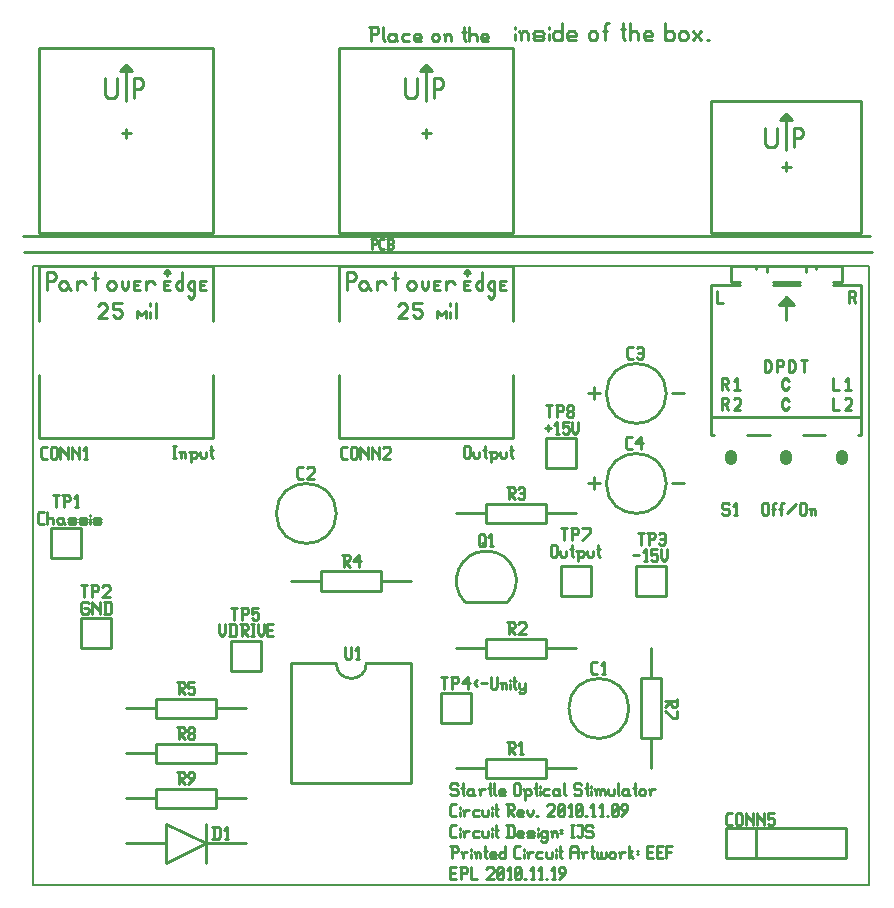
<source format=gbr>
G04 start of page 7 for group -4079 idx -4079 *
G04 Title: (unknown), topsilk *
G04 Creator: pcb 20100929 *
G04 CreationDate: Thu Mar 10 15:56:12 2011 UTC *
G04 For: fosse *
G04 Format: Gerber/RS-274X *
G04 PCB-Dimensions: 282500 400000 *
G04 PCB-Coordinate-Origin: lower left *
%MOIN*%
%FSLAX25Y25*%
%LNFRONTSILK*%
%ADD12C,0.0100*%
%ADD13C,0.0400*%
%ADD41C,0.0060*%
G54D12*X139000Y330000D02*X138000Y329000D01*
X136500D01*
X136000Y332500D02*Y326000D01*
Y332500D02*X138000D01*
X139000Y331500D01*
Y330000D01*
X162500Y342500D02*Y281000D01*
X129500Y326000D02*X130500Y327000D01*
X133500Y315800D02*Y312800D01*
X135000Y314300D02*X132000D01*
X104500Y281000D02*Y342500D01*
X126500Y332500D02*Y327000D01*
X127500Y326000D01*
X129500D01*
X130500Y327000D02*Y332500D01*
X133500Y337000D02*Y325000D01*
Y337000D02*X131500Y335000D01*
X135500D01*
X133500Y337000D01*
G54D41*X281000Y270000D02*X2500D01*
G54D12*X-500Y274750D02*X282000D01*
X-1000Y280000D02*X281500D01*
X62500Y281000D02*X4500D01*
X162500D02*X104500D01*
G54D41*X2500Y270000D02*Y63500D01*
X281000D01*
Y270000D01*
G54D12*X228500Y281000D02*X278500D01*
X35000Y314300D02*X32000D01*
X33500Y315800D02*Y312800D01*
Y337000D02*Y325000D01*
X35500Y335000D02*X33500Y337000D01*
X4500Y281000D02*Y342500D01*
X33500Y337000D02*X31500Y335000D01*
X35500D01*
X26500Y332500D02*Y327000D01*
X27500Y326000D01*
X29500D01*
X30500Y327000D01*
Y332500D01*
X4500Y342500D02*X62500D01*
X104500D02*X162500D01*
X62500D02*Y281000D01*
X36000Y332500D02*Y326000D01*
Y332500D02*X38000D01*
X39000Y331500D01*
Y330000D01*
X38000Y329000D01*
X36500D01*
X278500Y325000D02*Y281000D01*
X255000Y303000D02*X252000D01*
X253500Y304500D02*Y301500D01*
X246500Y316000D02*Y310500D01*
X247500Y309500D01*
X249500D01*
X250500Y310500D01*
Y316000D01*
X228500Y325000D02*X278500D01*
X259000Y313500D02*X258000Y312500D01*
X256500D01*
X256000Y316000D02*Y309500D01*
Y316000D02*X258000D01*
X259000Y315000D01*
Y313500D01*
X228500Y281000D02*Y325000D01*
X253500Y320500D02*Y308500D01*
Y320500D02*X251500Y318500D01*
X255500D01*
X253500Y320500D01*
X146000Y209500D02*Y206500D01*
Y209500D02*X146500Y210000D01*
X147500D01*
X148000Y209500D01*
Y206500D01*
X147500Y206000D02*X148000Y206500D01*
X146500Y206000D02*X147500D01*
X146000Y206500D02*X146500Y206000D01*
X149201Y208000D02*Y206500D01*
X149701Y206000D01*
X150701D01*
X151201Y206500D01*
Y208000D02*Y206500D01*
X152902Y210000D02*Y206500D01*
X153402Y206000D01*
X152402Y208500D02*X153402D01*
X154903Y207500D02*Y204500D01*
X154403Y208000D02*X154903Y207500D01*
X155403Y208000D01*
X156403D01*
X156903Y207500D01*
Y206500D01*
X156403Y206000D02*X156903Y206500D01*
X155403Y206000D02*X156403D01*
X154903Y206500D02*X155403Y206000D01*
X158104Y208000D02*Y206500D01*
X158604Y206000D01*
X159604D01*
X160104Y206500D01*
Y208000D02*Y206500D01*
X161805Y210000D02*Y206500D01*
X162305Y206000D01*
X161305Y208500D02*X162305D01*
X245500Y190500D02*Y187500D01*
Y190500D02*X246000Y191000D01*
X247000D01*
X247500Y190500D01*
Y187500D01*
X247000Y187000D02*X247500Y187500D01*
X246000Y187000D02*X247000D01*
X245500Y187500D02*X246000Y187000D01*
X249201Y190500D02*Y187000D01*
Y190500D02*X249701Y191000D01*
X250201D01*
X248701Y189000D02*X249701D01*
X251702Y190500D02*Y187000D01*
Y190500D02*X252202Y191000D01*
X252702D01*
X251202Y189000D02*X252202D01*
X253703Y187500D02*X256703Y190500D01*
X257904D02*Y187500D01*
Y190500D02*X258404Y191000D01*
X259404D01*
X259904Y190500D01*
Y187500D01*
X259404Y187000D02*X259904Y187500D01*
X258404Y187000D02*X259404D01*
X257904Y187500D02*X258404Y187000D01*
X261605Y188500D02*Y187000D01*
Y188500D02*X262105Y189000D01*
X262605D01*
X263105Y188500D01*
Y187000D01*
X261105Y189000D02*X261605Y188500D01*
X175000Y176500D02*Y173500D01*
Y176500D02*X175500Y177000D01*
X176500D01*
X177000Y176500D01*
Y173500D01*
X176500Y173000D02*X177000Y173500D01*
X175500Y173000D02*X176500D01*
X175000Y173500D02*X175500Y173000D01*
X178201Y175000D02*Y173500D01*
X178701Y173000D01*
X179701D01*
X180201Y173500D01*
Y175000D02*Y173500D01*
X181902Y177000D02*Y173500D01*
X182402Y173000D01*
X181402Y175500D02*X182402D01*
X183903Y174500D02*Y171500D01*
X183403Y175000D02*X183903Y174500D01*
X184403Y175000D01*
X185403D01*
X185903Y174500D01*
Y173500D01*
X185403Y173000D02*X185903Y173500D01*
X184403Y173000D02*X185403D01*
X183903Y173500D02*X184403Y173000D01*
X187104Y175000D02*Y173500D01*
X187604Y173000D01*
X188604D01*
X189104Y173500D01*
Y175000D02*Y173500D01*
X190805Y177000D02*Y173500D01*
X191305Y173000D01*
X190305Y175500D02*X191305D01*
X202500Y173500D02*X204500D01*
X206201Y171500D02*X207201D01*
X206701Y175500D02*Y171500D01*
X205701Y174500D02*X206701Y175500D01*
X208402D02*X210402D01*
X208402D02*Y173500D01*
X208902Y174000D01*
X209902D01*
X210402Y173500D01*
Y172000D01*
X209902Y171500D02*X210402Y172000D01*
X208902Y171500D02*X209902D01*
X208402Y172000D02*X208902Y171500D01*
X211603Y175500D02*Y172500D01*
X212603Y171500D01*
X213603Y172500D01*
Y175500D02*Y172500D01*
X49000Y210000D02*X50000D01*
X49500D02*Y206000D01*
X49000D02*X50000D01*
X51701Y207500D02*Y206000D01*
Y207500D02*X52201Y208000D01*
X52701D01*
X53201Y207500D01*
Y206000D01*
X51201Y208000D02*X51701Y207500D01*
X54902D02*Y204500D01*
X54402Y208000D02*X54902Y207500D01*
X55402Y208000D01*
X56402D01*
X56902Y207500D01*
Y206500D01*
X56402Y206000D02*X56902Y206500D01*
X55402Y206000D02*X56402D01*
X54902Y206500D02*X55402Y206000D01*
X58103Y208000D02*Y206500D01*
X58603Y206000D01*
X59603D01*
X60103Y206500D01*
Y208000D02*Y206500D01*
X61804Y210000D02*Y206500D01*
X62304Y206000D01*
X61304Y208500D02*X62304D01*
X4500Y184000D02*X6000D01*
X4000Y184500D02*X4500Y184000D01*
X4000Y187500D02*Y184500D01*
Y187500D02*X4500Y188000D01*
X6000D01*
X7201D02*Y184000D01*
Y185500D02*X7701Y186000D01*
X8701D01*
X9201Y185500D01*
Y184000D01*
X11902Y186000D02*X12402Y185500D01*
X10902Y186000D02*X11902D01*
X10402Y185500D02*X10902Y186000D01*
X10402Y185500D02*Y184500D01*
X10902Y184000D01*
X12402Y186000D02*Y184500D01*
X12902Y184000D01*
X10902D02*X11902D01*
X12402Y184500D01*
X14603Y184000D02*X16103D01*
X16603Y184500D01*
X16103Y185000D02*X16603Y184500D01*
X14603Y185000D02*X16103D01*
X14103Y185500D02*X14603Y185000D01*
X14103Y185500D02*X14603Y186000D01*
X16103D01*
X16603Y185500D01*
X14103Y184500D02*X14603Y184000D01*
X18304D02*X19804D01*
X20304Y184500D01*
X19804Y185000D02*X20304Y184500D01*
X18304Y185000D02*X19804D01*
X17804Y185500D02*X18304Y185000D01*
X17804Y185500D02*X18304Y186000D01*
X19804D01*
X20304Y185500D01*
X17804Y184500D02*X18304Y184000D01*
X21505Y187000D02*Y186500D01*
Y185500D02*Y184000D01*
X23006D02*X24506D01*
X25006Y184500D01*
X24506Y185000D02*X25006Y184500D01*
X23006Y185000D02*X24506D01*
X22506Y185500D02*X23006Y185000D01*
X22506Y185500D02*X23006Y186000D01*
X24506D01*
X25006Y185500D01*
X22506Y184500D02*X23006Y184000D01*
X20500Y158000D02*X21000Y157500D01*
X19000Y158000D02*X20500D01*
X18500Y157500D02*X19000Y158000D01*
X18500Y157500D02*Y154500D01*
X19000Y154000D01*
X20500D01*
X21000Y154500D01*
Y155500D02*Y154500D01*
X20500Y156000D02*X21000Y155500D01*
X19500Y156000D02*X20500D01*
X22201Y158000D02*Y154000D01*
Y158000D02*Y157500D01*
X24701Y155000D01*
Y158000D02*Y154000D01*
X26402Y158000D02*Y154000D01*
X27902Y158000D02*X28402Y157500D01*
Y154500D01*
X27902Y154000D02*X28402Y154500D01*
X25902Y154000D02*X27902D01*
X25902Y158000D02*X27902D01*
X64500Y150500D02*Y147500D01*
X65500Y146500D01*
X66500Y147500D01*
Y150500D02*Y147500D01*
X68201Y150500D02*Y146500D01*
X69701Y150500D02*X70201Y150000D01*
Y147000D01*
X69701Y146500D02*X70201Y147000D01*
X67701Y146500D02*X69701D01*
X67701Y150500D02*X69701D01*
X71402D02*X73402D01*
X73902Y150000D01*
Y149000D01*
X73402Y148500D02*X73902Y149000D01*
X71902Y148500D02*X73402D01*
X71902Y150500D02*Y146500D01*
Y148500D02*X73902Y146500D01*
X75103Y150500D02*X76103D01*
X75603D02*Y146500D01*
X75103D02*X76103D01*
X77304Y150500D02*Y147500D01*
X78304Y146500D01*
X79304Y147500D01*
Y150500D02*Y147500D01*
X80505Y148500D02*X82005D01*
X80505Y146500D02*X82505D01*
X80505Y150500D02*Y146500D01*
Y150500D02*X82505D01*
X173000Y216000D02*X175000D01*
X174000Y217000D02*Y215000D01*
X176701Y214000D02*X177701D01*
X177201Y218000D02*Y214000D01*
X176201Y217000D02*X177201Y218000D01*
X178902D02*X180902D01*
X178902D02*Y216000D01*
X179402Y216500D01*
X180402D01*
X180902Y216000D01*
Y214500D01*
X180402Y214000D02*X180902Y214500D01*
X179402Y214000D02*X180402D01*
X178902Y214500D02*X179402Y214000D01*
X182103Y218000D02*Y215000D01*
X183103Y214000D01*
X184103Y215000D01*
Y218000D02*Y215000D01*
X115390Y278920D02*Y275800D01*
X115000Y278920D02*X116560D01*
X116950Y278530D01*
Y277750D01*
X116560Y277360D02*X116950Y277750D01*
X115390Y277360D02*X116560D01*
X118276Y275800D02*X119446D01*
X117886Y276190D02*X118276Y275800D01*
X117886Y278530D02*Y276190D01*
Y278530D02*X118276Y278920D01*
X119446D01*
X120383Y275800D02*X121943D01*
X122333Y276190D01*
Y276970D02*Y276190D01*
X121943Y277360D02*X122333Y276970D01*
X120773Y277360D02*X121943D01*
X120773Y278920D02*Y275800D01*
X120383Y278920D02*X121943D01*
X122333Y278530D01*
Y277750D01*
X121943Y277360D02*X122333Y277750D01*
X163000Y349620D02*Y348900D01*
Y347460D02*Y345300D01*
X165161Y347460D02*Y345300D01*
Y347460D02*X165881Y348180D01*
X166601D01*
X167321Y347460D01*
Y345300D01*
X164441Y348180D02*X165161Y347460D01*
X169770Y345300D02*X171930D01*
X172650Y346020D01*
X171930Y346740D02*X172650Y346020D01*
X169770Y346740D02*X171930D01*
X169050Y347460D02*X169770Y346740D01*
X169050Y347460D02*X169770Y348180D01*
X171930D01*
X172650Y347460D01*
X169050Y346020D02*X169770Y345300D01*
X174380Y349620D02*Y348900D01*
Y347460D02*Y345300D01*
X178701Y351060D02*Y345300D01*
X177981D02*X178701Y346020D01*
X176541Y345300D02*X177981D01*
X175821Y346020D02*X176541Y345300D01*
X175821Y347460D02*Y346020D01*
Y347460D02*X176541Y348180D01*
X177981D01*
X178701Y347460D01*
X181151Y345300D02*X183311D01*
X180431Y346020D02*X181151Y345300D01*
X180431Y347460D02*Y346020D01*
Y347460D02*X181151Y348180D01*
X182591D01*
X183311Y347460D01*
X180431Y346740D02*X183311D01*
Y347460D02*Y346740D01*
X187632Y347460D02*Y346020D01*
Y347460D02*X188352Y348180D01*
X189792D01*
X190512Y347460D01*
Y346020D01*
X189792Y345300D02*X190512Y346020D01*
X188352Y345300D02*X189792D01*
X187632Y346020D02*X188352Y345300D01*
X192962Y350340D02*Y345300D01*
Y350340D02*X193682Y351060D01*
X194402D01*
X192242Y348180D02*X193682D01*
X199155Y351060D02*Y346020D01*
X199875Y345300D01*
X198435Y348900D02*X199875D01*
X201316Y351060D02*Y345300D01*
Y347460D02*X202036Y348180D01*
X203476D01*
X204196Y347460D01*
Y345300D01*
X206646D02*X208806D01*
X205926Y346020D02*X206646Y345300D01*
X205926Y347460D02*Y346020D01*
Y347460D02*X206646Y348180D01*
X208086D01*
X208806Y347460D01*
X205926Y346740D02*X208806D01*
Y347460D02*Y346740D01*
X213127Y351060D02*Y345300D01*
Y346020D02*X213847Y345300D01*
X215287D01*
X216007Y346020D01*
Y347460D02*Y346020D01*
X215287Y348180D02*X216007Y347460D01*
X213847Y348180D02*X215287D01*
X213127Y347460D02*X213847Y348180D01*
X217737Y347460D02*Y346020D01*
Y347460D02*X218457Y348180D01*
X219897D01*
X220617Y347460D01*
Y346020D01*
X219897Y345300D02*X220617Y346020D01*
X218457Y345300D02*X219897D01*
X217737Y346020D02*X218457Y345300D01*
X222346Y348180D02*X225226Y345300D01*
X222346D02*X225226Y348180D01*
X226956Y345300D02*X227676D01*
X115110Y349780D02*Y344900D01*
X114500Y349780D02*X116940D01*
X117550Y349170D01*
Y347950D01*
X116940Y347340D02*X117550Y347950D01*
X115110Y347340D02*X116940D01*
X119015Y349780D02*Y345510D01*
X119625Y344900D01*
X122676Y347340D02*X123286Y346730D01*
X121456Y347340D02*X122676D01*
X120846Y346730D02*X121456Y347340D01*
X120846Y346730D02*Y345510D01*
X121456Y344900D01*
X123286Y347340D02*Y345510D01*
X123896Y344900D01*
X121456D02*X122676D01*
X123286Y345510D01*
X125971Y347340D02*X127801D01*
X125361Y346730D02*X125971Y347340D01*
X125361Y346730D02*Y345510D01*
X125971Y344900D01*
X127801D01*
X129876D02*X131706D01*
X129266Y345510D02*X129876Y344900D01*
X129266Y346730D02*Y345510D01*
Y346730D02*X129876Y347340D01*
X131096D01*
X131706Y346730D01*
X129266Y346120D02*X131706D01*
Y346730D02*Y346120D01*
X135368Y346730D02*Y345510D01*
Y346730D02*X135978Y347340D01*
X137198D01*
X137808Y346730D01*
Y345510D01*
X137198Y344900D02*X137808Y345510D01*
X135978Y344900D02*X137198D01*
X135368Y345510D02*X135978Y344900D01*
X139883Y346730D02*Y344900D01*
Y346730D02*X140493Y347340D01*
X141103D01*
X141713Y346730D01*
Y344900D01*
X139273Y347340D02*X139883Y346730D01*
X145984Y349780D02*Y345510D01*
X146594Y344900D01*
X145374Y347950D02*X146594D01*
X147815Y349780D02*Y344900D01*
Y346730D02*X148425Y347340D01*
X149645D01*
X150255Y346730D01*
Y344900D01*
X152330D02*X154160D01*
X151720Y345510D02*X152330Y344900D01*
X151720Y346730D02*Y345510D01*
Y346730D02*X152330Y347340D01*
X153550D01*
X154160Y346730D01*
X151720Y346120D02*X154160D01*
Y346730D02*Y346120D01*
X149500Y131000D02*X150500Y132000D01*
X149500Y131000D02*X150500Y130000D01*
X151701Y131000D02*X153701D01*
X154902Y133000D02*Y129500D01*
X155402Y129000D01*
X156402D01*
X156902Y129500D01*
Y133000D02*Y129500D01*
X158603Y130500D02*Y129000D01*
Y130500D02*X159103Y131000D01*
X159603D01*
X160103Y130500D01*
Y129000D01*
X158103Y131000D02*X158603Y130500D01*
X161304Y132000D02*Y131500D01*
Y130500D02*Y129000D01*
X162805Y133000D02*Y129500D01*
X163305Y129000D01*
X162305Y131500D02*X163305D01*
X164306Y131000D02*Y129500D01*
X164806Y129000D01*
X166306Y131000D02*Y128000D01*
X165806Y127500D02*X166306Y128000D01*
X164806Y127500D02*X165806D01*
X164306Y128000D02*X164806Y127500D01*
Y129000D02*X165806D01*
X166306Y129500D01*
X143500Y97500D02*X144000Y97000D01*
X142000Y97500D02*X143500D01*
X141500Y97000D02*X142000Y97500D01*
X141500Y97000D02*Y96000D01*
X142000Y95500D01*
X143500D01*
X144000Y95000D01*
Y94000D01*
X143500Y93500D02*X144000Y94000D01*
X142000Y93500D02*X143500D01*
X141500Y94000D02*X142000Y93500D01*
X145701Y97500D02*Y94000D01*
X146201Y93500D01*
X145201Y96000D02*X146201D01*
X148702Y95500D02*X149202Y95000D01*
X147702Y95500D02*X148702D01*
X147202Y95000D02*X147702Y95500D01*
X147202Y95000D02*Y94000D01*
X147702Y93500D01*
X149202Y95500D02*Y94000D01*
X149702Y93500D01*
X147702D02*X148702D01*
X149202Y94000D01*
X151403Y95000D02*Y93500D01*
Y95000D02*X151903Y95500D01*
X152903D01*
X150903D02*X151403Y95000D01*
X154604Y97500D02*Y94000D01*
X155104Y93500D01*
X154104Y96000D02*X155104D01*
X156105Y97500D02*Y94000D01*
X156605Y93500D01*
X158106D02*X159606D01*
X157606Y94000D02*X158106Y93500D01*
X157606Y95000D02*Y94000D01*
Y95000D02*X158106Y95500D01*
X159106D01*
X159606Y95000D01*
X157606Y94500D02*X159606D01*
Y95000D02*Y94500D01*
X162607Y97000D02*Y94000D01*
Y97000D02*X163107Y97500D01*
X164107D01*
X164607Y97000D01*
Y94000D01*
X164107Y93500D02*X164607Y94000D01*
X163107Y93500D02*X164107D01*
X162607Y94000D02*X163107Y93500D01*
X166308Y95000D02*Y92000D01*
X165808Y95500D02*X166308Y95000D01*
X166808Y95500D01*
X167808D01*
X168308Y95000D01*
Y94000D01*
X167808Y93500D02*X168308Y94000D01*
X166808Y93500D02*X167808D01*
X166308Y94000D02*X166808Y93500D01*
X170009Y97500D02*Y94000D01*
X170509Y93500D01*
X169509Y96000D02*X170509D01*
X171510Y96500D02*Y96000D01*
Y95000D02*Y93500D01*
X173011Y95500D02*X174511D01*
X172511Y95000D02*X173011Y95500D01*
X172511Y95000D02*Y94000D01*
X173011Y93500D01*
X174511D01*
X177212Y95500D02*X177712Y95000D01*
X176212Y95500D02*X177212D01*
X175712Y95000D02*X176212Y95500D01*
X175712Y95000D02*Y94000D01*
X176212Y93500D01*
X177712Y95500D02*Y94000D01*
X178212Y93500D01*
X176212D02*X177212D01*
X177712Y94000D01*
X179413Y97500D02*Y94000D01*
X179913Y93500D01*
X184714Y97500D02*X185214Y97000D01*
X183214Y97500D02*X184714D01*
X182714Y97000D02*X183214Y97500D01*
X182714Y97000D02*Y96000D01*
X183214Y95500D01*
X184714D01*
X185214Y95000D01*
Y94000D01*
X184714Y93500D02*X185214Y94000D01*
X183214Y93500D02*X184714D01*
X182714Y94000D02*X183214Y93500D01*
X186915Y97500D02*Y94000D01*
X187415Y93500D01*
X186415Y96000D02*X187415D01*
X188416Y96500D02*Y96000D01*
Y95000D02*Y93500D01*
X189917Y95000D02*Y93500D01*
Y95000D02*X190417Y95500D01*
X190917D01*
X191417Y95000D01*
Y93500D01*
Y95000D02*X191917Y95500D01*
X192417D01*
X192917Y95000D01*
Y93500D01*
X189417Y95500D02*X189917Y95000D01*
X194118Y95500D02*Y94000D01*
X194618Y93500D01*
X195618D01*
X196118Y94000D01*
Y95500D02*Y94000D01*
X197319Y97500D02*Y94000D01*
X197819Y93500D01*
X200320Y95500D02*X200820Y95000D01*
X199320Y95500D02*X200320D01*
X198820Y95000D02*X199320Y95500D01*
X198820Y95000D02*Y94000D01*
X199320Y93500D01*
X200820Y95500D02*Y94000D01*
X201320Y93500D01*
X199320D02*X200320D01*
X200820Y94000D01*
X203021Y97500D02*Y94000D01*
X203521Y93500D01*
X202521Y96000D02*X203521D01*
X204522Y95000D02*Y94000D01*
Y95000D02*X205022Y95500D01*
X206022D01*
X206522Y95000D01*
Y94000D01*
X206022Y93500D02*X206522Y94000D01*
X205022Y93500D02*X206022D01*
X204522Y94000D02*X205022Y93500D01*
X208223Y95000D02*Y93500D01*
Y95000D02*X208723Y95500D01*
X209723D01*
X207723D02*X208223Y95000D01*
X142000Y86500D02*X143500D01*
X141500Y87000D02*X142000Y86500D01*
X141500Y90000D02*Y87000D01*
Y90000D02*X142000Y90500D01*
X143500D01*
X144701Y89500D02*Y89000D01*
Y88000D02*Y86500D01*
X146202Y88000D02*Y86500D01*
Y88000D02*X146702Y88500D01*
X147702D01*
X145702D02*X146202Y88000D01*
X149403Y88500D02*X150903D01*
X148903Y88000D02*X149403Y88500D01*
X148903Y88000D02*Y87000D01*
X149403Y86500D01*
X150903D01*
X152104Y88500D02*Y87000D01*
X152604Y86500D01*
X153604D01*
X154104Y87000D01*
Y88500D02*Y87000D01*
X155305Y89500D02*Y89000D01*
Y88000D02*Y86500D01*
X156806Y90500D02*Y87000D01*
X157306Y86500D01*
X156306Y89000D02*X157306D01*
X160107Y90500D02*X162107D01*
X162607Y90000D01*
Y89000D01*
X162107Y88500D02*X162607Y89000D01*
X160607Y88500D02*X162107D01*
X160607Y90500D02*Y86500D01*
Y88500D02*X162607Y86500D01*
X164308D02*X165808D01*
X163808Y87000D02*X164308Y86500D01*
X163808Y88000D02*Y87000D01*
Y88000D02*X164308Y88500D01*
X165308D01*
X165808Y88000D01*
X163808Y87500D02*X165808D01*
Y88000D02*Y87500D01*
X167009Y88500D02*Y87500D01*
X168009Y86500D01*
X169009Y87500D01*
Y88500D02*Y87500D01*
X170210Y86500D02*X170710D01*
X173711Y90000D02*X174211Y90500D01*
X175711D01*
X176211Y90000D01*
Y89000D01*
X173711Y86500D02*X176211Y89000D01*
X173711Y86500D02*X176211D01*
X177412Y87000D02*X177912Y86500D01*
X177412Y90000D02*Y87000D01*
Y90000D02*X177912Y90500D01*
X178912D01*
X179412Y90000D01*
Y87000D01*
X178912Y86500D02*X179412Y87000D01*
X177912Y86500D02*X178912D01*
X177412Y87500D02*X179412Y89500D01*
X181113Y86500D02*X182113D01*
X181613Y90500D02*Y86500D01*
X180613Y89500D02*X181613Y90500D01*
X183314Y87000D02*X183814Y86500D01*
X183314Y90000D02*Y87000D01*
Y90000D02*X183814Y90500D01*
X184814D01*
X185314Y90000D01*
Y87000D01*
X184814Y86500D02*X185314Y87000D01*
X183814Y86500D02*X184814D01*
X183314Y87500D02*X185314Y89500D01*
X186515Y86500D02*X187015D01*
X188716D02*X189716D01*
X189216Y90500D02*Y86500D01*
X188216Y89500D02*X189216Y90500D01*
X191417Y86500D02*X192417D01*
X191917Y90500D02*Y86500D01*
X190917Y89500D02*X191917Y90500D01*
X193618Y86500D02*X194118D01*
X195319Y87000D02*X195819Y86500D01*
X195319Y90000D02*Y87000D01*
Y90000D02*X195819Y90500D01*
X196819D01*
X197319Y90000D01*
Y87000D01*
X196819Y86500D02*X197319Y87000D01*
X195819Y86500D02*X196819D01*
X195319Y87500D02*X197319Y89500D01*
X198520Y86500D02*X200520Y88500D01*
Y90000D02*Y88500D01*
X200020Y90500D02*X200520Y90000D01*
X199020Y90500D02*X200020D01*
X198520Y90000D02*X199020Y90500D01*
X198520Y90000D02*Y89000D01*
X199020Y88500D01*
X200520D01*
X141500Y67500D02*X143000D01*
X141500Y65500D02*X143500D01*
X141500Y69500D02*Y65500D01*
Y69500D02*X143500D01*
X145201D02*Y65500D01*
X144701Y69500D02*X146701D01*
X147201Y69000D01*
Y68000D01*
X146701Y67500D02*X147201Y68000D01*
X145201Y67500D02*X146701D01*
X148402Y69500D02*Y65500D01*
X150402D01*
X153403Y69000D02*X153903Y69500D01*
X155403D01*
X155903Y69000D01*
Y68000D01*
X153403Y65500D02*X155903Y68000D01*
X153403Y65500D02*X155903D01*
X157104Y66000D02*X157604Y65500D01*
X157104Y69000D02*Y66000D01*
Y69000D02*X157604Y69500D01*
X158604D01*
X159104Y69000D01*
Y66000D01*
X158604Y65500D02*X159104Y66000D01*
X157604Y65500D02*X158604D01*
X157104Y66500D02*X159104Y68500D01*
X160805Y65500D02*X161805D01*
X161305Y69500D02*Y65500D01*
X160305Y68500D02*X161305Y69500D01*
X163006Y66000D02*X163506Y65500D01*
X163006Y69000D02*Y66000D01*
Y69000D02*X163506Y69500D01*
X164506D01*
X165006Y69000D01*
Y66000D01*
X164506Y65500D02*X165006Y66000D01*
X163506Y65500D02*X164506D01*
X163006Y66500D02*X165006Y68500D01*
X166207Y65500D02*X166707D01*
X168408D02*X169408D01*
X168908Y69500D02*Y65500D01*
X167908Y68500D02*X168908Y69500D01*
X171109Y65500D02*X172109D01*
X171609Y69500D02*Y65500D01*
X170609Y68500D02*X171609Y69500D01*
X173310Y65500D02*X173810D01*
X175511D02*X176511D01*
X176011Y69500D02*Y65500D01*
X175011Y68500D02*X176011Y69500D01*
X177712Y65500D02*X179712Y67500D01*
Y69000D02*Y67500D01*
X179212Y69500D02*X179712Y69000D01*
X178212Y69500D02*X179212D01*
X177712Y69000D02*X178212Y69500D01*
X177712Y69000D02*Y68000D01*
X178212Y67500D01*
X179712D01*
X142000Y79500D02*X143500D01*
X141500Y80000D02*X142000Y79500D01*
X141500Y83000D02*Y80000D01*
Y83000D02*X142000Y83500D01*
X143500D01*
X144701Y82500D02*Y82000D01*
Y81000D02*Y79500D01*
X146202Y81000D02*Y79500D01*
Y81000D02*X146702Y81500D01*
X147702D01*
X145702D02*X146202Y81000D01*
X149403Y81500D02*X150903D01*
X148903Y81000D02*X149403Y81500D01*
X148903Y81000D02*Y80000D01*
X149403Y79500D01*
X150903D01*
X152104Y81500D02*Y80000D01*
X152604Y79500D01*
X153604D01*
X154104Y80000D01*
Y81500D02*Y80000D01*
X155305Y82500D02*Y82000D01*
Y81000D02*Y79500D01*
X156806Y83500D02*Y80000D01*
X157306Y79500D01*
X156306Y82000D02*X157306D01*
X160607Y83500D02*Y79500D01*
X162107Y83500D02*X162607Y83000D01*
Y80000D01*
X162107Y79500D02*X162607Y80000D01*
X160107Y79500D02*X162107D01*
X160107Y83500D02*X162107D01*
X164308Y79500D02*X165808D01*
X163808Y80000D02*X164308Y79500D01*
X163808Y81000D02*Y80000D01*
Y81000D02*X164308Y81500D01*
X165308D01*
X165808Y81000D01*
X163808Y80500D02*X165808D01*
Y81000D02*Y80500D01*
X167509Y79500D02*X169009D01*
X169509Y80000D01*
X169009Y80500D02*X169509Y80000D01*
X167509Y80500D02*X169009D01*
X167009Y81000D02*X167509Y80500D01*
X167009Y81000D02*X167509Y81500D01*
X169009D01*
X169509Y81000D01*
X167009Y80000D02*X167509Y79500D01*
X170710Y82500D02*Y82000D01*
Y81000D02*Y79500D01*
X173211Y81500D02*X173711Y81000D01*
X172211Y81500D02*X173211D01*
X171711Y81000D02*X172211Y81500D01*
X171711Y81000D02*Y80000D01*
X172211Y79500D01*
X173211D01*
X173711Y80000D01*
X171711Y78500D02*X172211Y78000D01*
X173211D01*
X173711Y78500D01*
Y81500D02*Y78500D01*
X175412Y81000D02*Y79500D01*
Y81000D02*X175912Y81500D01*
X176412D01*
X176912Y81000D01*
Y79500D01*
X174912Y81500D02*X175412Y81000D01*
X178113Y82000D02*X178613D01*
X178113Y81000D02*X178613D01*
X181614Y83500D02*X182614D01*
X182114D02*Y79500D01*
X181614D02*X182614D01*
X183815Y83500D02*X185315D01*
Y80000D01*
X184815Y79500D02*X185315Y80000D01*
X184315Y79500D02*X184815D01*
X183815Y80000D02*X184315Y79500D01*
X188516Y83500D02*X189016Y83000D01*
X187016Y83500D02*X188516D01*
X186516Y83000D02*X187016Y83500D01*
X186516Y83000D02*Y82000D01*
X187016Y81500D01*
X188516D01*
X189016Y81000D01*
Y80000D01*
X188516Y79500D02*X189016Y80000D01*
X187016Y79500D02*X188516D01*
X186516Y80000D02*X187016Y79500D01*
X142000Y76500D02*Y72500D01*
X141500Y76500D02*X143500D01*
X144000Y76000D01*
Y75000D01*
X143500Y74500D02*X144000Y75000D01*
X142000Y74500D02*X143500D01*
X145701Y74000D02*Y72500D01*
Y74000D02*X146201Y74500D01*
X147201D01*
X145201D02*X145701Y74000D01*
X148402Y75500D02*Y75000D01*
Y74000D02*Y72500D01*
X149903Y74000D02*Y72500D01*
Y74000D02*X150403Y74500D01*
X150903D01*
X151403Y74000D01*
Y72500D01*
X149403Y74500D02*X149903Y74000D01*
X153104Y76500D02*Y73000D01*
X153604Y72500D01*
X152604Y75000D02*X153604D01*
X155105Y72500D02*X156605D01*
X154605Y73000D02*X155105Y72500D01*
X154605Y74000D02*Y73000D01*
Y74000D02*X155105Y74500D01*
X156105D01*
X156605Y74000D01*
X154605Y73500D02*X156605D01*
Y74000D02*Y73500D01*
X159806Y76500D02*Y72500D01*
X159306D02*X159806Y73000D01*
X158306Y72500D02*X159306D01*
X157806Y73000D02*X158306Y72500D01*
X157806Y74000D02*Y73000D01*
Y74000D02*X158306Y74500D01*
X159306D01*
X159806Y74000D01*
X163307Y72500D02*X164807D01*
X162807Y73000D02*X163307Y72500D01*
X162807Y76000D02*Y73000D01*
Y76000D02*X163307Y76500D01*
X164807D01*
X166008Y75500D02*Y75000D01*
Y74000D02*Y72500D01*
X167509Y74000D02*Y72500D01*
Y74000D02*X168009Y74500D01*
X169009D01*
X167009D02*X167509Y74000D01*
X170710Y74500D02*X172210D01*
X170210Y74000D02*X170710Y74500D01*
X170210Y74000D02*Y73000D01*
X170710Y72500D01*
X172210D01*
X173411Y74500D02*Y73000D01*
X173911Y72500D01*
X174911D01*
X175411Y73000D01*
Y74500D02*Y73000D01*
X176612Y75500D02*Y75000D01*
Y74000D02*Y72500D01*
X178113Y76500D02*Y73000D01*
X178613Y72500D01*
X177613Y75000D02*X178613D01*
X181414Y76000D02*Y72500D01*
Y76000D02*X181914Y76500D01*
X183414D01*
X183914Y76000D01*
Y72500D01*
X181414Y74500D02*X183914D01*
X185615Y74000D02*Y72500D01*
Y74000D02*X186115Y74500D01*
X187115D01*
X185115D02*X185615Y74000D01*
X188816Y76500D02*Y73000D01*
X189316Y72500D01*
X188316Y75000D02*X189316D01*
X190317Y74500D02*Y73000D01*
X190817Y72500D01*
X191317D01*
X191817Y73000D01*
Y74500D02*Y73000D01*
X192317Y72500D01*
X192817D01*
X193317Y73000D01*
Y74500D02*Y73000D01*
X194518Y74000D02*Y73000D01*
Y74000D02*X195018Y74500D01*
X196018D01*
X196518Y74000D01*
Y73000D01*
X196018Y72500D02*X196518Y73000D01*
X195018Y72500D02*X196018D01*
X194518Y73000D02*X195018Y72500D01*
X198219Y74000D02*Y72500D01*
Y74000D02*X198719Y74500D01*
X199719D01*
X197719D02*X198219Y74000D01*
X200920Y76500D02*Y72500D01*
Y74000D02*X202420Y72500D01*
X200920Y74000D02*X201920Y75000D01*
X203621D02*X204121D01*
X203621Y74000D02*X204121D01*
X207122Y74500D02*X208622D01*
X207122Y72500D02*X209122D01*
X207122Y76500D02*Y72500D01*
Y76500D02*X209122D01*
X210323Y74500D02*X211823D01*
X210323Y72500D02*X212323D01*
X210323Y76500D02*Y72500D01*
Y76500D02*X212323D01*
X213524D02*Y72500D01*
Y76500D02*X215524D01*
X213524Y74500D02*X215024D01*
X47000Y266500D02*Y268500D01*
X48000Y267500D01*
X47000Y268500D02*X46000Y267500D01*
X37500Y263500D02*X36000D01*
X47500D02*X46000D01*
X59500D02*X58000D01*
Y265000D02*Y262000D01*
X60000Y265000D02*X58000D01*
Y262000D02*X60000D01*
X55000Y259000D02*X54000Y260000D01*
X56000D02*X55000Y259000D01*
X56000Y265000D02*Y260000D01*
X55000Y262000D02*X56000D01*
X54000Y263000D02*X55000Y262000D01*
X54000Y264000D02*Y263000D01*
X55000Y265000D02*X54000Y264000D01*
X56000Y265000D02*X55000D01*
X52000Y262000D02*Y268000D01*
X51000Y262000D02*X52000D01*
X50000Y263000D02*X51000Y262000D01*
X50000Y264000D02*Y263000D01*
X51000Y265000D02*X50000Y264000D01*
X52000Y265000D02*X51000D01*
X46000D02*Y262000D01*
X48000Y265000D02*X46000D01*
Y262000D02*X48000D01*
X43000Y264000D02*X42000Y265000D01*
X40000Y262000D02*Y265000D01*
X41000D02*X40000Y264000D01*
X42000Y265000D02*X41000D01*
X36000D02*Y262000D01*
X38000Y265000D02*X36000D01*
Y262000D02*X38000D01*
X34000Y263000D02*Y265000D01*
X33000Y262000D02*X34000Y263000D01*
X32000D02*X33000Y262000D01*
X32000Y265000D02*Y263000D01*
X29000Y262000D02*X28000D01*
X30000Y263000D02*X29000Y262000D01*
X30000Y264000D02*Y263000D01*
X29000Y265000D02*X30000Y264000D01*
X28000Y265000D02*X29000D01*
X27000Y264000D02*X28000Y265000D01*
X27000Y263000D02*Y264000D01*
X28000Y262000D02*X27000Y263000D01*
X24000Y266000D02*X22000D01*
X23000Y268000D02*Y262000D01*
X17000D02*Y265000D01*
X18000D02*X17000Y264000D01*
X19000Y265000D02*X18000D01*
X20000Y264000D02*X19000Y265000D01*
X14000Y263000D02*X15000Y262000D01*
X13000Y265000D02*X12000D01*
X14000Y264000D02*X13000Y265000D01*
X14000Y263000D02*Y264000D01*
X13000Y262000D02*X14000Y263000D01*
X12000Y262000D02*X13000D01*
X11000Y263000D02*X12000Y262000D01*
X11000Y264000D02*Y263000D01*
X12000Y265000D02*X11000Y264000D01*
X9000Y265000D02*X7000D01*
X10000Y266000D02*X9000Y265000D01*
X10000Y267000D02*Y266000D01*
X9000Y268000D02*X10000Y267000D01*
X7000Y268000D02*X9000D01*
X7000D02*Y262000D01*
X37000Y255000D02*Y252500D01*
X38500Y253500D02*X37000Y255000D01*
X40000D02*X38500Y253500D01*
X40000Y252500D02*Y255000D01*
X41500Y256500D02*Y257500D01*
Y254500D02*Y252500D01*
X43500Y257500D02*Y252500D01*
X25000Y257500D02*X26000D01*
X24000Y256500D02*X25000Y257500D01*
X30000Y252500D02*X29000Y253500D01*
X31000Y252500D02*X30000D01*
X32000Y253500D02*X31000Y252500D01*
X32000Y254500D02*Y253500D01*
X31000Y255500D02*X32000Y254500D01*
X29000Y255500D02*X31000D01*
X29000Y257500D02*Y255500D01*
X32000Y257500D02*X29000D01*
X27000Y255500D02*X24000Y252500D01*
X27000Y256500D02*Y255500D01*
X26000Y257500D02*X27000Y256500D01*
X24000Y252500D02*X27000D01*
X4500Y212650D02*Y233500D01*
X62500Y251500D02*Y269850D01*
X4500D02*X62500D01*
X4500Y212650D02*X62500D01*
Y233500D01*
X4500Y251500D02*Y269820D01*
X147000Y266500D02*Y268500D01*
X148000Y267500D01*
X147000Y268500D02*X146000Y267500D01*
X137500Y263500D02*X136000D01*
X147500D02*X146000D01*
X159500D02*X158000D01*
Y265000D02*Y262000D01*
X160000Y265000D02*X158000D01*
Y262000D02*X160000D01*
X155000Y259000D02*X154000Y260000D01*
X156000D02*X155000Y259000D01*
X156000Y265000D02*Y260000D01*
X155000Y262000D02*X156000D01*
X154000Y263000D02*X155000Y262000D01*
X154000Y264000D02*Y263000D01*
X155000Y265000D02*X154000Y264000D01*
X156000Y265000D02*X155000D01*
X152000Y262000D02*Y268000D01*
X151000Y262000D02*X152000D01*
X150000Y263000D02*X151000Y262000D01*
X150000Y264000D02*Y263000D01*
X151000Y265000D02*X150000Y264000D01*
X152000Y265000D02*X151000D01*
X146000D02*Y262000D01*
X148000Y265000D02*X146000D01*
Y262000D02*X148000D01*
X143000Y264000D02*X142000Y265000D01*
X140000Y262000D02*Y265000D01*
X141000D02*X140000Y264000D01*
X142000Y265000D02*X141000D01*
X136000D02*Y262000D01*
X138000Y265000D02*X136000D01*
Y262000D02*X138000D01*
X134000Y263000D02*Y265000D01*
X133000Y262000D02*X134000Y263000D01*
X132000D02*X133000Y262000D01*
X132000Y265000D02*Y263000D01*
X129000Y262000D02*X128000D01*
X130000Y263000D02*X129000Y262000D01*
X130000Y264000D02*Y263000D01*
X129000Y265000D02*X130000Y264000D01*
X128000Y265000D02*X129000D01*
X127000Y264000D02*X128000Y265000D01*
X127000Y263000D02*Y264000D01*
X128000Y262000D02*X127000Y263000D01*
X124000Y266000D02*X122000D01*
X123000Y268000D02*Y262000D01*
X117000D02*Y265000D01*
X118000D02*X117000Y264000D01*
X119000Y265000D02*X118000D01*
X120000Y264000D02*X119000Y265000D01*
X114000Y263000D02*X115000Y262000D01*
X113000Y265000D02*X112000D01*
X114000Y264000D02*X113000Y265000D01*
X114000Y263000D02*Y264000D01*
X113000Y262000D02*X114000Y263000D01*
X112000Y262000D02*X113000D01*
X111000Y263000D02*X112000Y262000D01*
X111000Y264000D02*Y263000D01*
X112000Y265000D02*X111000Y264000D01*
X109000Y265000D02*X107000D01*
X110000Y266000D02*X109000Y265000D01*
X110000Y267000D02*Y266000D01*
X109000Y268000D02*X110000Y267000D01*
X107000Y268000D02*X109000D01*
X107000D02*Y262000D01*
X137000Y255000D02*Y252500D01*
X138500Y253500D02*X137000Y255000D01*
X140000D02*X138500Y253500D01*
X140000Y252500D02*Y255000D01*
X141500Y256500D02*Y257500D01*
Y254500D02*Y252500D01*
X143500Y257500D02*Y252500D01*
X125000Y257500D02*X126000D01*
X124000Y256500D02*X125000Y257500D01*
X130000Y252500D02*X129000Y253500D01*
X131000Y252500D02*X130000D01*
X132000Y253500D02*X131000Y252500D01*
X132000Y254500D02*Y253500D01*
X131000Y255500D02*X132000Y254500D01*
X129000Y255500D02*X131000D01*
X129000Y257500D02*Y255500D01*
X132000Y257500D02*X129000D01*
X127000Y255500D02*X124000Y252500D01*
X127000Y256500D02*Y255500D01*
X126000Y257500D02*X127000Y256500D01*
X124000Y252500D02*X127000D01*
X104500Y212650D02*Y233500D01*
X162500Y251500D02*Y269850D01*
X104500D02*X162500D01*
X104500Y212650D02*X162500D01*
Y233500D01*
X104500Y251500D02*Y269820D01*
X8500Y182500D02*X18500D01*
Y172500D01*
X8500Y182500D02*Y172500D01*
Y182500D02*X18500D01*
Y172500D01*
X8500D02*X18500D01*
X83500Y187500D02*G75*G03X83500Y187500I10000J0D01*G01*
X43500Y104200D02*Y110800D01*
X63500Y104200D02*X43500D01*
X63500Y110800D02*Y104200D01*
X43500Y110800D02*X63500D01*
Y107500D02*X73500D01*
X33500D02*X43500D01*
X153500Y99200D02*Y105800D01*
X173500Y99200D02*X153500D01*
X173500Y105800D02*Y99200D01*
X153500Y105800D02*X173500D01*
Y102500D02*X183500D01*
X143500D02*X153500D01*
X43500Y119200D02*Y125800D01*
X63500Y119200D02*X43500D01*
X63500Y125800D02*Y119200D01*
X43500Y125800D02*X63500D01*
Y122500D02*X73500D01*
X33500D02*X43500D01*
X128500Y137500D02*X113500D01*
X103500D02*X88500D01*
X128500D02*Y97500D01*
X88500D01*
Y137500D02*Y97500D01*
X103500Y137500D02*G75*G03X113500Y137500I5000J0D01*G01*
X138500Y127500D02*X148500D01*
Y117500D01*
X138500Y127500D02*Y117500D01*
Y127500D02*X148500D01*
Y117500D01*
X138500D02*X148500D01*
X60200Y70900D02*Y84100D01*
X46800D02*X60200Y77500D01*
X46800Y70900D02*Y84100D01*
X60200Y77500D02*X46800Y70900D01*
Y77500D02*X33500D01*
X73500D02*X60200D01*
X18500Y152500D02*X28500D01*
Y142500D01*
X18500Y152500D02*Y142500D01*
Y152500D02*X28500D01*
Y142500D01*
X18500D02*X28500D01*
X68500Y145000D02*X78500D01*
Y135000D01*
X68500Y145000D02*Y135000D01*
Y145000D02*X78500D01*
Y135000D01*
X68500D02*X78500D01*
X43500Y89200D02*Y95800D01*
X63500Y89200D02*X43500D01*
X63500Y95800D02*Y89200D01*
X43500Y95800D02*X63500D01*
Y92500D02*X73500D01*
X33500D02*X43500D01*
X98500Y161700D02*Y168300D01*
X118500Y161700D02*X98500D01*
X118500Y168300D02*Y161700D01*
X98500Y168300D02*X118500D01*
Y165000D02*X128500D01*
X88500D02*X98500D01*
X173500Y202500D02*X183500D01*
Y212500D02*Y202500D01*
X173500Y212500D02*X183500D01*
X173500D02*Y202500D01*
X183500Y212500D02*Y202500D01*
X173500Y212500D02*X183500D01*
X203500Y170000D02*X213500D01*
Y160000D01*
X203500Y170000D02*Y160000D01*
Y170000D02*X213500D01*
Y160000D01*
X203500D02*X213500D01*
X211800Y112500D02*X205200D01*
X211800D02*Y132500D01*
X205200D01*
Y112500D02*Y132500D01*
X208500D02*Y142500D01*
Y102500D02*Y112500D01*
X187500Y227500D02*X191500D01*
X189500Y229500D02*Y225500D01*
X215500Y227500D02*X219500D01*
X193500D02*G75*G03X193500Y227500I10000J0D01*G01*
G54D13*X272000Y206500D02*Y205500D01*
G54D12*X278500Y213500D02*Y263500D01*
X263500Y269000D02*Y270000D01*
X229500Y213500D02*X228500D01*
X278500D02*X277500D01*
X240500D02*X248000D01*
X259000D02*X266500D01*
X247000Y268000D02*Y270000D01*
X243500Y269000D02*Y270000D01*
X228500Y263500D02*X238000D01*
X249000D02*X258000D01*
X278500D02*X269000D01*
X238000Y264500D02*X235000D01*
Y270000D01*
X272000D01*
Y264500D01*
X269000D01*
X258000D02*X249000D01*
X260000Y268000D02*Y270000D01*
G54D13*X235000Y206500D02*Y205500D01*
X253500Y206500D02*Y205500D01*
G54D12*X228500Y263500D02*Y213500D01*
Y219500D02*X278500D01*
X253500Y259500D02*Y252000D01*
Y259500D02*X251000Y257000D01*
X256000D01*
X253500Y259500D01*
Y258500D02*X255000Y257000D01*
X252000D02*X253500Y258500D01*
X246500Y238500D02*Y234500D01*
X247500D01*
X248500Y235500D01*
Y237500D01*
X247500Y238500D01*
X246500D01*
X250500Y234500D02*Y238500D01*
X252000D01*
X252500Y238000D01*
Y237000D01*
X252000Y236500D01*
X251000D01*
X256500Y237500D02*X255500Y238500D01*
X254500D01*
X233500Y232500D02*X234000Y232000D01*
Y231000D01*
X233500Y230500D01*
X232500D01*
X232000Y226000D02*X233500D01*
X234000Y225500D01*
Y224500D01*
X233500Y224000D01*
X232500D01*
X233500Y230000D02*X234000Y228500D01*
X233500Y223500D02*X234000Y222000D01*
X274500Y261500D02*Y257500D01*
Y261500D02*X276000D01*
X276500Y261000D01*
Y260000D01*
X276000Y259500D01*
X275000D01*
X276000Y259000D02*X276500Y257500D01*
X230500Y261500D02*Y257500D01*
X232500D01*
X238000Y225500D02*Y224000D01*
X232000Y226000D02*Y222000D01*
X236000Y228500D02*X238000D01*
X237000D02*Y232500D01*
X236000Y231500D01*
X269000Y222000D02*X271000D01*
X236000D02*X238000D01*
X273500Y226000D02*X274500D01*
X273000Y225500D02*X273500Y226000D01*
X274500D02*X275000Y225500D01*
Y224000D01*
X273000Y222000D01*
X275000D01*
X269000Y232500D02*Y228500D01*
X271000D01*
X273000D02*X275000D01*
X274000D02*Y232500D01*
X273000Y231500D01*
X269000Y226000D02*Y222000D01*
X238000Y224000D02*X236000Y222000D01*
Y225500D02*X236500Y226000D01*
X237500D02*X238000Y225500D01*
X236500Y226000D02*X237500D01*
X232000Y232500D02*Y228500D01*
Y232500D02*X233500D01*
X254500Y238500D02*Y234500D01*
X255500D01*
X256500Y235500D01*
Y237500D01*
X258500Y238500D02*X260500D01*
X259500D02*Y234500D01*
X252000Y225000D02*Y223000D01*
Y231500D02*Y229500D01*
X253000Y232500D02*X252000Y231500D01*
Y229500D02*X253000Y228500D01*
X253500D02*X254500Y229500D01*
X253000Y228500D02*X253500D01*
Y232500D02*X253000D01*
X254500Y225000D02*X253500Y226000D01*
X253000D01*
X252000Y225000D01*
Y223000D02*X253000Y222000D01*
X253500D02*X254500Y223000D01*
X253000Y222000D02*X253500D01*
X254500Y231500D02*X253500Y232500D01*
X187500Y197500D02*X191500D01*
X189500Y199500D02*Y195500D01*
X215500Y197500D02*X219500D01*
X193500D02*G75*G03X193500Y197500I10000J0D01*G01*
X153500Y145800D02*Y139200D01*
X173500D01*
Y145800D02*Y139200D01*
X153500Y145800D02*X173500D01*
Y142500D02*X183500D01*
X143500D02*X153500D01*
X178500Y170000D02*X188500D01*
Y160000D01*
X178500Y170000D02*Y160000D01*
Y170000D02*X188500D01*
Y160000D01*
X178500D02*X188500D01*
X160500Y158000D02*X146500D01*
X160571Y157929D02*G75*G03X146428Y157928I-7071J7071D01*G01*
X173500Y190800D02*Y184200D01*
X153500Y190800D02*X173500D01*
X153500Y184200D02*Y190800D01*
X173500Y184200D02*X153500D01*
Y187500D02*X143500D01*
X183500D02*X173500D01*
X233500Y82500D02*X243500D01*
Y72500D01*
X233500Y82500D02*Y72500D01*
Y82500D02*X273500D01*
Y72500D01*
X233500D02*X273500D01*
X181000Y122500D02*G75*G03X181000Y122500I10000J0D01*G01*
X5640Y205760D02*X7140D01*
X5140Y206260D02*X5640Y205760D01*
X5140Y209260D02*Y206260D01*
Y209260D02*X5640Y209760D01*
X7140D01*
X8341Y209260D02*Y206260D01*
Y209260D02*X8841Y209760D01*
X9841D01*
X10341Y209260D01*
Y206260D01*
X9841Y205760D02*X10341Y206260D01*
X8841Y205760D02*X9841D01*
X8341Y206260D02*X8841Y205760D01*
X11542Y209760D02*Y205760D01*
Y209760D02*Y209260D01*
X14042Y206760D01*
Y209760D02*Y205760D01*
X15243Y209760D02*Y205760D01*
Y209760D02*Y209260D01*
X17743Y206760D01*
Y209760D02*Y205760D01*
X19444D02*X20444D01*
X19944Y209760D02*Y205760D01*
X18944Y208760D02*X19944Y209760D01*
X9000Y193500D02*X11000D01*
X10000D02*Y189500D01*
X12701Y193500D02*Y189500D01*
X12201Y193500D02*X14201D01*
X14701Y193000D01*
Y192000D01*
X14201Y191500D02*X14701Y192000D01*
X12701Y191500D02*X14201D01*
X16402Y189500D02*X17402D01*
X16902Y193500D02*Y189500D01*
X15902Y192500D02*X16902Y193500D01*
X18500Y163500D02*X20500D01*
X19500D02*Y159500D01*
X22201Y163500D02*Y159500D01*
X21701Y163500D02*X23701D01*
X24201Y163000D01*
Y162000D01*
X23701Y161500D02*X24201Y162000D01*
X22201Y161500D02*X23701D01*
X25402Y163000D02*X25902Y163500D01*
X27402D01*
X27902Y163000D01*
Y162000D01*
X25402Y159500D02*X27902Y162000D01*
X25402Y159500D02*X27902D01*
X62700Y83100D02*Y79100D01*
X64200Y83100D02*X64700Y82600D01*
Y79600D01*
X64200Y79100D02*X64700Y79600D01*
X62200Y79100D02*X64200D01*
X62200Y83100D02*X64200D01*
X66401Y79100D02*X67401D01*
X66901Y83100D02*Y79100D01*
X65901Y82100D02*X66901Y83100D01*
X105640Y205760D02*X107140D01*
X105140Y206260D02*X105640Y205760D01*
X105140Y209260D02*Y206260D01*
Y209260D02*X105640Y209760D01*
X107140D01*
X108341Y209260D02*Y206260D01*
Y209260D02*X108841Y209760D01*
X109841D01*
X110341Y209260D01*
Y206260D01*
X109841Y205760D02*X110341Y206260D01*
X108841Y205760D02*X109841D01*
X108341Y206260D02*X108841Y205760D01*
X111542Y209760D02*Y205760D01*
Y209760D02*Y209260D01*
X114042Y206760D01*
Y209760D02*Y205760D01*
X115243Y209760D02*Y205760D01*
Y209760D02*Y209260D01*
X117743Y206760D01*
Y209760D02*Y205760D01*
X118944Y209260D02*X119444Y209760D01*
X120944D01*
X121444Y209260D01*
Y208260D01*
X118944Y205760D02*X121444Y208260D01*
X118944Y205760D02*X121444D01*
X91000Y199000D02*X92500D01*
X90500Y199500D02*X91000Y199000D01*
X90500Y202500D02*Y199500D01*
Y202500D02*X91000Y203000D01*
X92500D01*
X93701Y202500D02*X94201Y203000D01*
X95701D01*
X96201Y202500D01*
Y201500D01*
X93701Y199000D02*X96201Y201500D01*
X93701Y199000D02*X96201D01*
X105500Y173700D02*X107500D01*
X108000Y173200D01*
Y172200D01*
X107500Y171700D02*X108000Y172200D01*
X106000Y171700D02*X107500D01*
X106000Y173700D02*Y169700D01*
Y171700D02*X108000Y169700D01*
X109201Y171700D02*X111201Y173700D01*
X109201Y171700D02*X111701D01*
X111201Y173700D02*Y169700D01*
X50500Y101200D02*X52500D01*
X53000Y100700D01*
Y99700D01*
X52500Y99200D02*X53000Y99700D01*
X51000Y99200D02*X52500D01*
X51000Y101200D02*Y97200D01*
Y99200D02*X53000Y97200D01*
X54201D02*X56201Y99200D01*
Y100700D02*Y99200D01*
X55701Y101200D02*X56201Y100700D01*
X54701Y101200D02*X55701D01*
X54201Y100700D02*X54701Y101200D01*
X54201Y100700D02*Y99700D01*
X54701Y99200D01*
X56201D01*
X50500Y116200D02*X52500D01*
X53000Y115700D01*
Y114700D01*
X52500Y114200D02*X53000Y114700D01*
X51000Y114200D02*X52500D01*
X51000Y116200D02*Y112200D01*
Y114200D02*X53000Y112200D01*
X54201Y112700D02*X54701Y112200D01*
X54201Y113700D02*Y112700D01*
Y113700D02*X54701Y114200D01*
X55701D01*
X56201Y113700D01*
Y112700D01*
X55701Y112200D02*X56201Y112700D01*
X54701Y112200D02*X55701D01*
X54201Y114700D02*X54701Y114200D01*
X54201Y115700D02*Y114700D01*
Y115700D02*X54701Y116200D01*
X55701D01*
X56201Y115700D01*
Y114700D01*
X55701Y114200D02*X56201Y114700D01*
X50500Y131200D02*X52500D01*
X53000Y130700D01*
Y129700D01*
X52500Y129200D02*X53000Y129700D01*
X51000Y129200D02*X52500D01*
X51000Y131200D02*Y127200D01*
Y129200D02*X53000Y127200D01*
X54201Y131200D02*X56201D01*
X54201D02*Y129200D01*
X54701Y129700D01*
X55701D01*
X56201Y129200D01*
Y127700D01*
X55701Y127200D02*X56201Y127700D01*
X54701Y127200D02*X55701D01*
X54201Y127700D02*X54701Y127200D01*
X68500Y156000D02*X70500D01*
X69500D02*Y152000D01*
X72201Y156000D02*Y152000D01*
X71701Y156000D02*X73701D01*
X74201Y155500D01*
Y154500D01*
X73701Y154000D02*X74201Y154500D01*
X72201Y154000D02*X73701D01*
X75402Y156000D02*X77402D01*
X75402D02*Y154000D01*
X75902Y154500D01*
X76902D01*
X77402Y154000D01*
Y152500D01*
X76902Y152000D02*X77402Y152500D01*
X75902Y152000D02*X76902D01*
X75402Y152500D02*X75902Y152000D01*
X106500Y143000D02*Y139500D01*
X107000Y139000D01*
X108000D01*
X108500Y139500D01*
Y143000D02*Y139500D01*
X110201Y139000D02*X111201D01*
X110701Y143000D02*Y139000D01*
X109701Y142000D02*X110701Y143000D01*
X204000Y181000D02*X206000D01*
X205000D02*Y177000D01*
X207701Y181000D02*Y177000D01*
X207201Y181000D02*X209201D01*
X209701Y180500D01*
Y179500D01*
X209201Y179000D02*X209701Y179500D01*
X207701Y179000D02*X209201D01*
X210902Y180500D02*X211402Y181000D01*
X212402D01*
X212902Y180500D01*
Y177500D01*
X212402Y177000D02*X212902Y177500D01*
X211402Y177000D02*X212402D01*
X210902Y177500D02*X211402Y177000D01*
Y179000D02*X212902D01*
X200500Y209000D02*X202000D01*
X200000Y209500D02*X200500Y209000D01*
X200000Y212500D02*Y209500D01*
Y212500D02*X200500Y213000D01*
X202000D01*
X203201Y211000D02*X205201Y213000D01*
X203201Y211000D02*X205701D01*
X205201Y213000D02*Y209000D01*
X178500Y182500D02*X180500D01*
X179500D02*Y178500D01*
X182201Y182500D02*Y178500D01*
X181701Y182500D02*X183701D01*
X184201Y182000D01*
Y181000D01*
X183701Y180500D02*X184201Y181000D01*
X182201Y180500D02*X183701D01*
X185402Y178500D02*X187902Y181000D01*
Y182500D02*Y181000D01*
X185402Y182500D02*X187902D01*
X173500Y223500D02*X175500D01*
X174500D02*Y219500D01*
X177201Y223500D02*Y219500D01*
X176701Y223500D02*X178701D01*
X179201Y223000D01*
Y222000D01*
X178701Y221500D02*X179201Y222000D01*
X177201Y221500D02*X178701D01*
X180402Y220000D02*X180902Y219500D01*
X180402Y221000D02*Y220000D01*
Y221000D02*X180902Y221500D01*
X181902D01*
X182402Y221000D01*
Y220000D01*
X181902Y219500D02*X182402Y220000D01*
X180902Y219500D02*X181902D01*
X180402Y222000D02*X180902Y221500D01*
X180402Y223000D02*Y222000D01*
Y223000D02*X180902Y223500D01*
X181902D01*
X182402Y223000D01*
Y222000D01*
X181902Y221500D02*X182402Y222000D01*
X201000Y239000D02*X202500D01*
X200500Y239500D02*X201000Y239000D01*
X200500Y242500D02*Y239500D01*
Y242500D02*X201000Y243000D01*
X202500D01*
X203701Y242500D02*X204201Y243000D01*
X205201D01*
X205701Y242500D01*
Y239500D01*
X205201Y239000D02*X205701Y239500D01*
X204201Y239000D02*X205201D01*
X203701Y239500D02*X204201Y239000D01*
Y241000D02*X205701D01*
X234000Y191000D02*X234500Y190500D01*
X232500Y191000D02*X234000D01*
X232000Y190500D02*X232500Y191000D01*
X232000Y190500D02*Y189500D01*
X232500Y189000D01*
X234000D01*
X234500Y188500D01*
Y187500D01*
X234000Y187000D02*X234500Y187500D01*
X232500Y187000D02*X234000D01*
X232000Y187500D02*X232500Y187000D01*
X236201D02*X237201D01*
X236701Y191000D02*Y187000D01*
X235701Y190000D02*X236701Y191000D01*
X234000Y83500D02*X235500D01*
X233500Y84000D02*X234000Y83500D01*
X233500Y87000D02*Y84000D01*
Y87000D02*X234000Y87500D01*
X235500D01*
X236701Y87000D02*Y84000D01*
Y87000D02*X237201Y87500D01*
X238201D01*
X238701Y87000D01*
Y84000D01*
X238201Y83500D02*X238701Y84000D01*
X237201Y83500D02*X238201D01*
X236701Y84000D02*X237201Y83500D01*
X239902Y87500D02*Y83500D01*
Y87500D02*Y87000D01*
X242402Y84500D01*
Y87500D02*Y83500D01*
X243603Y87500D02*Y83500D01*
Y87500D02*Y87000D01*
X246103Y84500D01*
Y87500D02*Y83500D01*
X247304Y87500D02*X249304D01*
X247304D02*Y85500D01*
X247804Y86000D01*
X248804D01*
X249304Y85500D01*
Y84000D01*
X248804Y83500D02*X249304Y84000D01*
X247804Y83500D02*X248804D01*
X247304Y84000D02*X247804Y83500D01*
X217200Y125500D02*Y123500D01*
X216700Y123000D01*
X215700D02*X216700D01*
X215200Y123500D02*X215700Y123000D01*
X215200Y125000D02*Y123500D01*
X213200Y125000D02*X217200D01*
X215200D02*X213200Y123000D01*
Y121799D02*X215700Y119299D01*
X217200D01*
Y121799D02*Y119299D01*
X160500Y111200D02*X162500D01*
X163000Y110700D01*
Y109700D01*
X162500Y109200D02*X163000Y109700D01*
X161000Y109200D02*X162500D01*
X161000Y111200D02*Y107200D01*
Y109200D02*X163000Y107200D01*
X164701D02*X165701D01*
X165201Y111200D02*Y107200D01*
X164201Y110200D02*X165201Y111200D01*
X160500Y151200D02*X162500D01*
X163000Y150700D01*
Y149700D01*
X162500Y149200D02*X163000Y149700D01*
X161000Y149200D02*X162500D01*
X161000Y151200D02*Y147200D01*
Y149200D02*X163000Y147200D01*
X164201Y150700D02*X164701Y151200D01*
X166201D01*
X166701Y150700D01*
Y149700D01*
X164201Y147200D02*X166701Y149700D01*
X164201Y147200D02*X166701D01*
X151000Y180000D02*Y177000D01*
Y180000D02*X151500Y180500D01*
X152500D01*
X153000Y180000D01*
Y177000D01*
X152500Y176500D02*X153000Y177000D01*
X151500Y176500D02*X152500D01*
X151000Y177000D02*X151500Y176500D01*
X152000Y177500D02*X153000Y176500D01*
X154701D02*X155701D01*
X155201Y180500D02*Y176500D01*
X154201Y179500D02*X155201Y180500D01*
X189000Y134000D02*X190500D01*
X188500Y134500D02*X189000Y134000D01*
X188500Y137500D02*Y134500D01*
Y137500D02*X189000Y138000D01*
X190500D01*
X192201Y134000D02*X193201D01*
X192701Y138000D02*Y134000D01*
X191701Y137000D02*X192701Y138000D01*
X138500Y133000D02*X140500D01*
X139500D02*Y129000D01*
X142201Y133000D02*Y129000D01*
X141701Y133000D02*X143701D01*
X144201Y132500D01*
Y131500D01*
X143701Y131000D02*X144201Y131500D01*
X142201Y131000D02*X143701D01*
X145402D02*X147402Y133000D01*
X145402Y131000D02*X147902D01*
X147402Y133000D02*Y129000D01*
X160500Y196200D02*X162500D01*
X163000Y195700D01*
Y194700D01*
X162500Y194200D02*X163000Y194700D01*
X161000Y194200D02*X162500D01*
X161000Y196200D02*Y192200D01*
Y194200D02*X163000Y192200D01*
X164201Y195700D02*X164701Y196200D01*
X165701D01*
X166201Y195700D01*
Y192700D01*
X165701Y192200D02*X166201Y192700D01*
X164701Y192200D02*X165701D01*
X164201Y192700D02*X164701Y192200D01*
Y194200D02*X166201D01*
M02*

</source>
